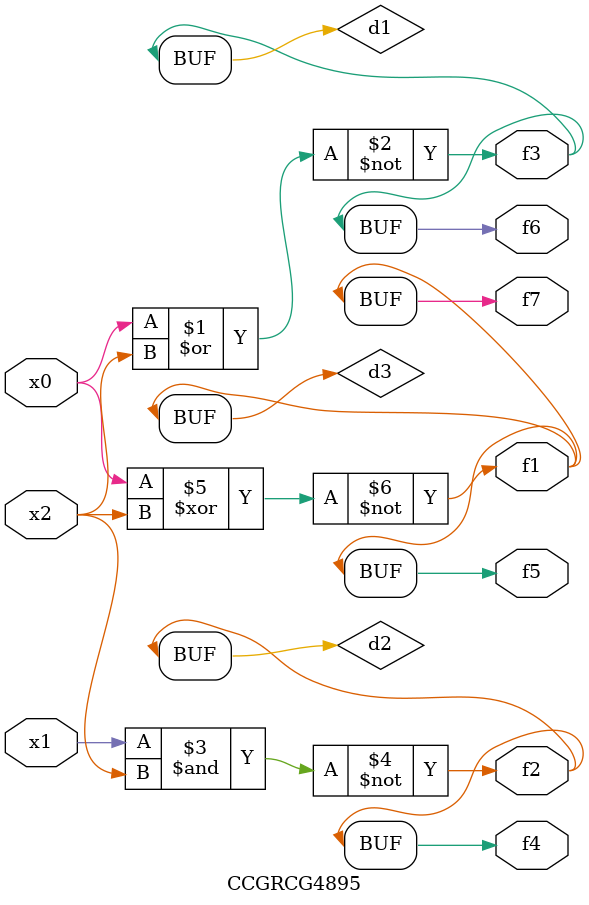
<source format=v>
module CCGRCG4895(
	input x0, x1, x2,
	output f1, f2, f3, f4, f5, f6, f7
);

	wire d1, d2, d3;

	nor (d1, x0, x2);
	nand (d2, x1, x2);
	xnor (d3, x0, x2);
	assign f1 = d3;
	assign f2 = d2;
	assign f3 = d1;
	assign f4 = d2;
	assign f5 = d3;
	assign f6 = d1;
	assign f7 = d3;
endmodule

</source>
